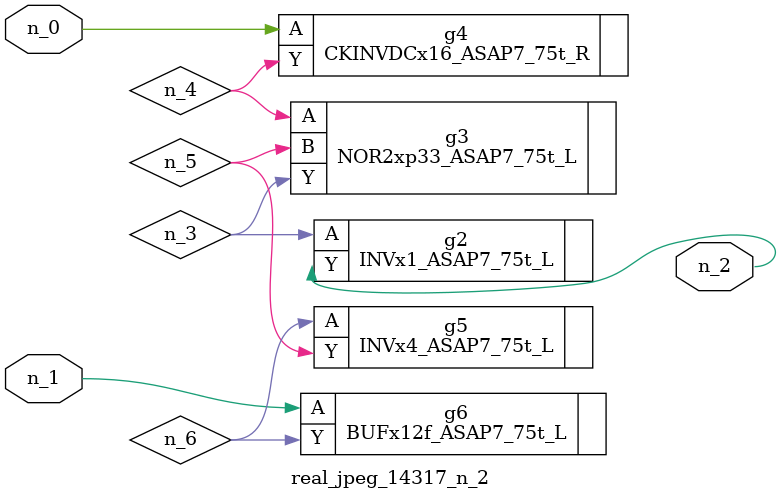
<source format=v>
module real_jpeg_14317_n_2 (n_1, n_0, n_2);

input n_1;
input n_0;

output n_2;

wire n_5;
wire n_4;
wire n_6;
wire n_3;

CKINVDCx16_ASAP7_75t_R g4 ( 
.A(n_0),
.Y(n_4)
);

BUFx12f_ASAP7_75t_L g6 ( 
.A(n_1),
.Y(n_6)
);

INVx1_ASAP7_75t_L g2 ( 
.A(n_3),
.Y(n_2)
);

NOR2xp33_ASAP7_75t_L g3 ( 
.A(n_4),
.B(n_5),
.Y(n_3)
);

INVx4_ASAP7_75t_L g5 ( 
.A(n_6),
.Y(n_5)
);


endmodule
</source>
